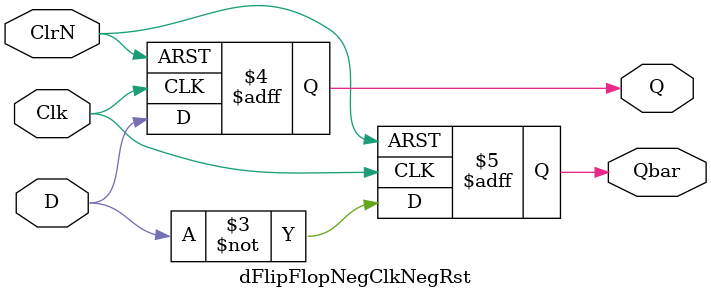
<source format=v>
/* 模組名稱： D型正反器（負緣觸發）
   著作權宣告：copyright 2012 林博仁(pika1021@gmail.com)
   */
`ifndef DFLIPFLOPNEGCLKRST_V
	`define DFLIPFLOPNEGCLKRST_V
	`timescale 1ns / 100ps
	module dFlipFlopNegClkNegRst(Q, Qbar, D, Clk, ClrN);
		input D, Clk, ClrN;
		output reg Q, Qbar;
		
		always @(negedge Clk or negedge ClrN)
		begin
			if(~ClrN) begin
				Q <= 0; 
				Qbar <= 1;
			end else begin
				Q <= D; 
				Qbar <= ~D;
			end
		end
	endmodule
`endif

</source>
